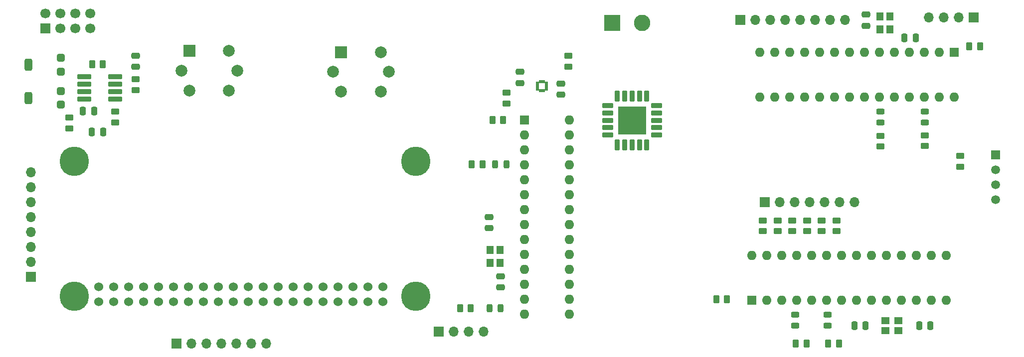
<source format=gbr>
%TF.GenerationSoftware,KiCad,Pcbnew,7.0.9-7.0.9~ubuntu22.04.1*%
%TF.CreationDate,2023-12-05T21:50:24+01:00*%
%TF.ProjectId,Chytry_sklep,43687974-7279-45f7-936b-6c65702e6b69,rev?*%
%TF.SameCoordinates,Original*%
%TF.FileFunction,Soldermask,Top*%
%TF.FilePolarity,Negative*%
%FSLAX46Y46*%
G04 Gerber Fmt 4.6, Leading zero omitted, Abs format (unit mm)*
G04 Created by KiCad (PCBNEW 7.0.9-7.0.9~ubuntu22.04.1) date 2023-12-05 21:50:24*
%MOMM*%
%LPD*%
G01*
G04 APERTURE LIST*
G04 Aperture macros list*
%AMRoundRect*
0 Rectangle with rounded corners*
0 $1 Rounding radius*
0 $2 $3 $4 $5 $6 $7 $8 $9 X,Y pos of 4 corners*
0 Add a 4 corners polygon primitive as box body*
4,1,4,$2,$3,$4,$5,$6,$7,$8,$9,$2,$3,0*
0 Add four circle primitives for the rounded corners*
1,1,$1+$1,$2,$3*
1,1,$1+$1,$4,$5*
1,1,$1+$1,$6,$7*
1,1,$1+$1,$8,$9*
0 Add four rect primitives between the rounded corners*
20,1,$1+$1,$2,$3,$4,$5,0*
20,1,$1+$1,$4,$5,$6,$7,0*
20,1,$1+$1,$6,$7,$8,$9,0*
20,1,$1+$1,$8,$9,$2,$3,0*%
G04 Aperture macros list end*
%ADD10R,1.600000X1.600000*%
%ADD11O,1.600000X1.600000*%
%ADD12RoundRect,0.102000X-1.100000X0.300000X-1.100000X-0.300000X1.100000X-0.300000X1.100000X0.300000X0*%
%ADD13RoundRect,0.243750X0.456250X-0.243750X0.456250X0.243750X-0.456250X0.243750X-0.456250X-0.243750X0*%
%ADD14RoundRect,0.250000X0.450000X-0.262500X0.450000X0.262500X-0.450000X0.262500X-0.450000X-0.262500X0*%
%ADD15R,1.400000X1.200000*%
%ADD16R,1.700000X1.700000*%
%ADD17O,1.700000X1.700000*%
%ADD18RoundRect,0.250000X-0.400000X0.400000X-0.400000X-0.400000X0.400000X-0.400000X0.400000X0.400000X0*%
%ADD19RoundRect,0.250000X-0.400000X0.750000X-0.400000X-0.750000X0.400000X-0.750000X0.400000X0.750000X0*%
%ADD20RoundRect,0.250000X0.475000X-0.250000X0.475000X0.250000X-0.475000X0.250000X-0.475000X-0.250000X0*%
%ADD21RoundRect,0.250000X-0.250000X-0.475000X0.250000X-0.475000X0.250000X0.475000X-0.250000X0.475000X0*%
%ADD22C,5.000000*%
%ADD23C,1.524000*%
%ADD24C,1.700000*%
%ADD25RoundRect,0.250000X-0.475000X0.250000X-0.475000X-0.250000X0.475000X-0.250000X0.475000X0.250000X0*%
%ADD26RoundRect,0.250000X-0.450000X0.262500X-0.450000X-0.262500X0.450000X-0.262500X0.450000X0.262500X0*%
%ADD27RoundRect,0.250000X0.262500X0.450000X-0.262500X0.450000X-0.262500X-0.450000X0.262500X-0.450000X0*%
%ADD28RoundRect,0.212500X-0.212500X0.737500X-0.212500X-0.737500X0.212500X-0.737500X0.212500X0.737500X0*%
%ADD29RoundRect,0.212500X-0.737500X0.212500X-0.737500X-0.212500X0.737500X-0.212500X0.737500X0.212500X0*%
%ADD30R,4.800000X4.800000*%
%ADD31RoundRect,0.250000X-0.262500X-0.450000X0.262500X-0.450000X0.262500X0.450000X-0.262500X0.450000X0*%
%ADD32R,1.500000X1.500000*%
%ADD33C,1.500000*%
%ADD34R,2.000000X2.000000*%
%ADD35C,2.000000*%
%ADD36RoundRect,0.243750X-0.243750X-0.456250X0.243750X-0.456250X0.243750X0.456250X-0.243750X0.456250X0*%
%ADD37R,2.800000X2.800000*%
%ADD38C,2.800000*%
%ADD39RoundRect,0.109000X0.183000X0.168000X-0.183000X0.168000X-0.183000X-0.168000X0.183000X-0.168000X0*%
%ADD40R,1.200000X1.400000*%
G04 APERTURE END LIST*
D10*
%TO.C,U1*%
X190600000Y-120620000D03*
D11*
X193140000Y-120620000D03*
X195680000Y-120620000D03*
X198220000Y-120620000D03*
X200760000Y-120620000D03*
X203300000Y-120620000D03*
X205840000Y-120620000D03*
X208380000Y-120620000D03*
X210920000Y-120620000D03*
X213460000Y-120620000D03*
X216000000Y-120620000D03*
X218540000Y-120620000D03*
X221080000Y-120620000D03*
X223620000Y-120620000D03*
X223620000Y-113000000D03*
X221080000Y-113000000D03*
X218540000Y-113000000D03*
X216000000Y-113000000D03*
X213460000Y-113000000D03*
X210920000Y-113000000D03*
X208380000Y-113000000D03*
X205840000Y-113000000D03*
X203300000Y-113000000D03*
X200760000Y-113000000D03*
X198220000Y-113000000D03*
X195680000Y-113000000D03*
X193140000Y-113000000D03*
X190600000Y-113000000D03*
%TD*%
D12*
%TO.C,LM393DT1*%
X77300000Y-82595000D03*
X77300000Y-83865000D03*
X77300000Y-85135000D03*
X77300000Y-86405000D03*
X82500000Y-86405000D03*
X82500000Y-85135000D03*
X82500000Y-83865000D03*
X82500000Y-82595000D03*
%TD*%
D13*
%TO.C,MData1*%
X198000000Y-125000000D03*
X198000000Y-123125000D03*
%TD*%
D14*
%TO.C,R10*%
X192500000Y-108912500D03*
X192500000Y-107087500D03*
%TD*%
D15*
%TO.C,X1*%
X215550000Y-124150000D03*
X213350000Y-124150000D03*
X213350000Y-125850000D03*
X215550000Y-125850000D03*
%TD*%
D16*
%TO.C,Num1*%
X188720000Y-73000000D03*
D17*
X191260000Y-73000000D03*
X193800000Y-73000000D03*
X196340000Y-73000000D03*
X198880000Y-73000000D03*
X201420000Y-73000000D03*
X203960000Y-73000000D03*
X206500000Y-73000000D03*
%TD*%
D16*
%TO.C,LED1*%
X192840000Y-104000000D03*
D17*
X195380000Y-104000000D03*
X197920000Y-104000000D03*
X200460000Y-104000000D03*
X203000000Y-104000000D03*
X205540000Y-104000000D03*
X208080000Y-104000000D03*
%TD*%
D18*
%TO.C,P_MQ7*%
X73250000Y-79450000D03*
D19*
X67750000Y-80600000D03*
D18*
X73250000Y-81750000D03*
%TD*%
D20*
%TO.C,C6*%
X210000000Y-73950000D03*
X210000000Y-72050000D03*
%TD*%
D14*
%TO.C,DR1*%
X226000000Y-97912500D03*
X226000000Y-96087500D03*
%TD*%
D21*
%TO.C,MC3*%
X78550000Y-92000000D03*
X80450000Y-92000000D03*
%TD*%
D14*
%TO.C,R2*%
X200000000Y-108912500D03*
X200000000Y-107087500D03*
%TD*%
D22*
%TO.C,Zero1*%
X133600000Y-120000000D03*
X133600000Y-97000000D03*
X75600000Y-120000000D03*
X75600000Y-97000000D03*
D23*
X127976000Y-118390000D03*
X127976000Y-120930000D03*
X125436000Y-118390000D03*
X125436000Y-120930000D03*
X122896000Y-118390000D03*
X122896000Y-120930000D03*
X120356000Y-118390000D03*
X120356000Y-120930000D03*
X117816000Y-118390000D03*
X117816000Y-120930000D03*
X115276000Y-118390000D03*
X115276000Y-120930000D03*
X112736000Y-118390000D03*
X112736000Y-120930000D03*
X110196000Y-118390000D03*
X110196000Y-120930000D03*
X107656000Y-118390000D03*
X107656000Y-120930000D03*
X105116000Y-118390000D03*
X105116000Y-120930000D03*
X102576000Y-118390000D03*
X102576000Y-120930000D03*
X100036000Y-118390000D03*
X100036000Y-120930000D03*
X97496000Y-118390000D03*
X97496000Y-120930000D03*
X94956000Y-118390000D03*
X94956000Y-120930000D03*
X92416000Y-118390000D03*
X92416000Y-120930000D03*
X89876000Y-118390000D03*
X89876000Y-120930000D03*
X87336000Y-118390000D03*
X87336000Y-120930000D03*
X84796000Y-118390000D03*
X84796000Y-120930000D03*
X82256000Y-118390000D03*
X82256000Y-120930000D03*
X79716000Y-118390000D03*
X79716000Y-120930000D03*
%TD*%
D16*
%TO.C,NRF1*%
X70675000Y-74440000D03*
D24*
X70675000Y-71900000D03*
X73215000Y-74440000D03*
X73215000Y-71900000D03*
X75755000Y-74440000D03*
X75755000Y-71900000D03*
X78295000Y-74440000D03*
X78295000Y-71900000D03*
%TD*%
D25*
%TO.C,BC1*%
X151250000Y-81800000D03*
X151250000Y-83700000D03*
%TD*%
D26*
%TO.C,MR4*%
X82500000Y-88587500D03*
X82500000Y-90412500D03*
%TD*%
D27*
%TO.C,R7*%
X142912500Y-122000000D03*
X141087500Y-122000000D03*
%TD*%
D28*
%TO.C,SCD40*%
X172800000Y-85900000D03*
X171550000Y-85900000D03*
X170300000Y-85900000D03*
X169050000Y-85900000D03*
X167800000Y-85900000D03*
D29*
X166150000Y-87550000D03*
X166150000Y-88800000D03*
X166150000Y-90050000D03*
X166150000Y-91300000D03*
X166150000Y-92550000D03*
D28*
X167800000Y-94200000D03*
X169050000Y-94200000D03*
X170300000Y-94200000D03*
X171550000Y-94200000D03*
X172800000Y-94200000D03*
D29*
X174450000Y-92550000D03*
X174450000Y-91300000D03*
X174450000Y-90050000D03*
X174450000Y-88800000D03*
X174450000Y-87550000D03*
D30*
X170300000Y-90050000D03*
%TD*%
D21*
%TO.C,C5*%
X216550000Y-76000000D03*
X218450000Y-76000000D03*
%TD*%
%TO.C,C2*%
X219050000Y-125000000D03*
X220950000Y-125000000D03*
%TD*%
D18*
%TO.C,P_MQ4*%
X73250000Y-85100000D03*
D19*
X67750000Y-86250000D03*
D18*
X73250000Y-87400000D03*
%TD*%
D31*
%TO.C,RR3*%
X227587500Y-77500000D03*
X229412500Y-77500000D03*
%TD*%
D10*
%TO.C,U3*%
X225000000Y-78500000D03*
D11*
X222460000Y-78500000D03*
X219920000Y-78500000D03*
X217380000Y-78500000D03*
X214840000Y-78500000D03*
X212300000Y-78500000D03*
X209760000Y-78500000D03*
X207220000Y-78500000D03*
X204680000Y-78500000D03*
X202140000Y-78500000D03*
X199600000Y-78500000D03*
X197060000Y-78500000D03*
X194520000Y-78500000D03*
X191980000Y-78500000D03*
X191980000Y-86120000D03*
X194520000Y-86120000D03*
X197060000Y-86120000D03*
X199600000Y-86120000D03*
X202140000Y-86120000D03*
X204680000Y-86120000D03*
X207220000Y-86120000D03*
X209760000Y-86120000D03*
X212300000Y-86120000D03*
X214840000Y-86120000D03*
X217380000Y-86120000D03*
X219920000Y-86120000D03*
X222460000Y-86120000D03*
X225000000Y-86120000D03*
%TD*%
D16*
%TO.C,V1*%
X137450000Y-125975000D03*
D17*
X139990000Y-125975000D03*
X142530000Y-125975000D03*
X145070000Y-125975000D03*
%TD*%
D26*
%TO.C,MR1*%
X74750000Y-89587500D03*
X74750000Y-91412500D03*
%TD*%
D13*
%TO.C,IData1*%
X212500000Y-90437500D03*
X212500000Y-88562500D03*
%TD*%
D32*
%TO.C,DHT22*%
X232000000Y-95920000D03*
D33*
X232000000Y-98460000D03*
X232000000Y-101000000D03*
X232000000Y-103540000D03*
%TD*%
D25*
%TO.C,C4*%
X148000000Y-116550000D03*
X148000000Y-118450000D03*
%TD*%
D27*
%TO.C,RR1*%
X186412500Y-120500000D03*
X184587500Y-120500000D03*
%TD*%
D14*
%TO.C,R3*%
X202500000Y-108912500D03*
X202500000Y-107087500D03*
%TD*%
D31*
%TO.C,R1*%
X203587500Y-128000000D03*
X205412500Y-128000000D03*
%TD*%
D25*
%TO.C,BC2*%
X158250000Y-83800000D03*
X158250000Y-85700000D03*
%TD*%
D13*
%TO.C,ISafe1*%
X220000000Y-90437500D03*
X220000000Y-88562500D03*
%TD*%
D16*
%TO.C,Rasp_pins1*%
X92920000Y-128000000D03*
D17*
X95460000Y-128000000D03*
X98000000Y-128000000D03*
X100540000Y-128000000D03*
X103080000Y-128000000D03*
X105620000Y-128000000D03*
X108160000Y-128000000D03*
%TD*%
D16*
%TO.C,LCD1*%
X228300000Y-72525000D03*
D17*
X225760000Y-72525000D03*
X223220000Y-72525000D03*
X220680000Y-72525000D03*
%TD*%
D26*
%TO.C,R11*%
X220000000Y-92587500D03*
X220000000Y-94412500D03*
%TD*%
D25*
%TO.C,MC2*%
X86000000Y-79050000D03*
X86000000Y-80950000D03*
%TD*%
D14*
%TO.C,BR2*%
X159500000Y-80912500D03*
X159500000Y-79087500D03*
%TD*%
D27*
%TO.C,MR2*%
X80412500Y-80500000D03*
X78587500Y-80500000D03*
%TD*%
D21*
%TO.C,MC1*%
X77050000Y-88500000D03*
X78950000Y-88500000D03*
%TD*%
D10*
%TO.C,U2*%
X152000000Y-89980000D03*
D11*
X152000000Y-92520000D03*
X152000000Y-95060000D03*
X152000000Y-97600000D03*
X152000000Y-100140000D03*
X152000000Y-102680000D03*
X152000000Y-105220000D03*
X152000000Y-107760000D03*
X152000000Y-110300000D03*
X152000000Y-112840000D03*
X152000000Y-115380000D03*
X152000000Y-117920000D03*
X152000000Y-120460000D03*
X152000000Y-123000000D03*
X159620000Y-123000000D03*
X159620000Y-120460000D03*
X159620000Y-117920000D03*
X159620000Y-115380000D03*
X159620000Y-112840000D03*
X159620000Y-110300000D03*
X159620000Y-107760000D03*
X159620000Y-105220000D03*
X159620000Y-102680000D03*
X159620000Y-100140000D03*
X159620000Y-97600000D03*
X159620000Y-95060000D03*
X159620000Y-92520000D03*
X159620000Y-89980000D03*
%TD*%
D26*
%TO.C,R12*%
X212500000Y-92675000D03*
X212500000Y-94500000D03*
%TD*%
D27*
%TO.C,RR2*%
X148412500Y-90000000D03*
X146587500Y-90000000D03*
%TD*%
D31*
%TO.C,R5*%
X198087500Y-128000000D03*
X199912500Y-128000000D03*
%TD*%
D34*
%TO.C,MQ_4*%
X95140000Y-78240000D03*
D35*
X93750000Y-81600000D03*
X95140000Y-84960000D03*
X101860000Y-84960000D03*
X103250000Y-81600000D03*
X101860000Y-78240000D03*
%TD*%
D27*
%TO.C,R6*%
X144912500Y-97500000D03*
X143087500Y-97500000D03*
%TD*%
D13*
%TO.C,MSafe1*%
X203500000Y-124937500D03*
X203500000Y-123062500D03*
%TD*%
D14*
%TO.C,R4*%
X205000000Y-108912500D03*
X205000000Y-107087500D03*
%TD*%
D36*
%TO.C,SSafe1*%
X147062500Y-97500000D03*
X148937500Y-97500000D03*
%TD*%
D37*
%TO.C,Power1*%
X166920000Y-73500000D03*
D38*
X172000000Y-73500000D03*
%TD*%
D39*
%TO.C,BMP388*%
X154750000Y-85000000D03*
X155250000Y-85000000D03*
X155765000Y-84735000D03*
X155765000Y-84235000D03*
X155765000Y-83735000D03*
X155250000Y-83470000D03*
X154750000Y-83470000D03*
X154235000Y-83735000D03*
X154235000Y-84235000D03*
X154235000Y-84735000D03*
%TD*%
D40*
%TO.C,X3*%
X212400000Y-72400000D03*
X212400000Y-74600000D03*
X214100000Y-74600000D03*
X214100000Y-72400000D03*
%TD*%
%TO.C,X2*%
X147850000Y-114300000D03*
X147850000Y-112100000D03*
X146150000Y-112100000D03*
X146150000Y-114300000D03*
%TD*%
D20*
%TO.C,C3*%
X146000000Y-108400000D03*
X146000000Y-106500000D03*
%TD*%
D14*
%TO.C,BR1*%
X149000000Y-87162500D03*
X149000000Y-85337500D03*
%TD*%
D16*
%TO.C,RFID1*%
X68175000Y-116675000D03*
D17*
X68175000Y-114135000D03*
X68175000Y-111595000D03*
X68175000Y-109055000D03*
X68175000Y-106515000D03*
X68175000Y-103975000D03*
X68175000Y-101435000D03*
X68175000Y-98895000D03*
%TD*%
D14*
%TO.C,MR3*%
X86000000Y-84912500D03*
X86000000Y-83087500D03*
%TD*%
D36*
%TO.C,SData1*%
X146062500Y-122000000D03*
X147937500Y-122000000D03*
%TD*%
D14*
%TO.C,R8*%
X197500000Y-108912500D03*
X197500000Y-107087500D03*
%TD*%
D34*
%TO.C,MQ_7*%
X120890000Y-78440000D03*
D35*
X119500000Y-81800000D03*
X120890000Y-85160000D03*
X127610000Y-85160000D03*
X129000000Y-81800000D03*
X127610000Y-78440000D03*
%TD*%
D21*
%TO.C,C1*%
X208050000Y-125000000D03*
X209950000Y-125000000D03*
%TD*%
D14*
%TO.C,R9*%
X195000000Y-108912500D03*
X195000000Y-107087500D03*
%TD*%
M02*

</source>
